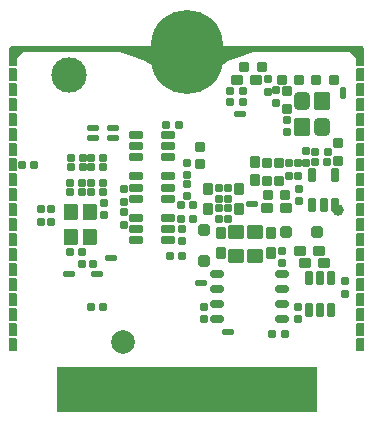
<source format=gbs>
G04*
G04 #@! TF.GenerationSoftware,Altium Limited,Altium Designer,24.9.1 (31)*
G04*
G04 Layer_Color=16711935*
%FSLAX43Y43*%
%MOMM*%
G71*
G04*
G04 #@! TF.SameCoordinates,966C214A-C48B-4C11-AD4A-F44F92C35951*
G04*
G04*
G04 #@! TF.FilePolarity,Negative*
G04*
G01*
G75*
G04:AMPARAMS|DCode=34|XSize=0.6mm|YSize=0.7mm|CornerRadius=0.113mm|HoleSize=0mm|Usage=FLASHONLY|Rotation=270.000|XOffset=0mm|YOffset=0mm|HoleType=Round|Shape=RoundedRectangle|*
%AMROUNDEDRECTD34*
21,1,0.600,0.475,0,0,270.0*
21,1,0.375,0.700,0,0,270.0*
1,1,0.225,-0.238,-0.188*
1,1,0.225,-0.238,0.188*
1,1,0.225,0.238,0.188*
1,1,0.225,0.238,-0.188*
%
%ADD34ROUNDEDRECTD34*%
G04:AMPARAMS|DCode=35|XSize=0.5mm|YSize=1mm|CornerRadius=0.125mm|HoleSize=0mm|Usage=FLASHONLY|Rotation=90.000|XOffset=0mm|YOffset=0mm|HoleType=Round|Shape=RoundedRectangle|*
%AMROUNDEDRECTD35*
21,1,0.500,0.750,0,0,90.0*
21,1,0.250,1.000,0,0,90.0*
1,1,0.250,0.375,0.125*
1,1,0.250,0.375,-0.125*
1,1,0.250,-0.375,-0.125*
1,1,0.250,-0.375,0.125*
%
%ADD35ROUNDEDRECTD35*%
G04:AMPARAMS|DCode=36|XSize=0.5mm|YSize=1mm|CornerRadius=0.125mm|HoleSize=0mm|Usage=FLASHONLY|Rotation=180.000|XOffset=0mm|YOffset=0mm|HoleType=Round|Shape=RoundedRectangle|*
%AMROUNDEDRECTD36*
21,1,0.500,0.750,0,0,180.0*
21,1,0.250,1.000,0,0,180.0*
1,1,0.250,-0.125,0.375*
1,1,0.250,0.125,0.375*
1,1,0.250,0.125,-0.375*
1,1,0.250,-0.125,-0.375*
%
%ADD36ROUNDEDRECTD36*%
G04:AMPARAMS|DCode=37|XSize=0.6mm|YSize=0.7mm|CornerRadius=0.113mm|HoleSize=0mm|Usage=FLASHONLY|Rotation=0.000|XOffset=0mm|YOffset=0mm|HoleType=Round|Shape=RoundedRectangle|*
%AMROUNDEDRECTD37*
21,1,0.600,0.475,0,0,0.0*
21,1,0.375,0.700,0,0,0.0*
1,1,0.225,0.188,-0.238*
1,1,0.225,-0.188,-0.238*
1,1,0.225,-0.188,0.238*
1,1,0.225,0.188,0.238*
%
%ADD37ROUNDEDRECTD37*%
G04:AMPARAMS|DCode=38|XSize=0.9mm|YSize=0.85mm|CornerRadius=0.144mm|HoleSize=0mm|Usage=FLASHONLY|Rotation=0.000|XOffset=0mm|YOffset=0mm|HoleType=Round|Shape=RoundedRectangle|*
%AMROUNDEDRECTD38*
21,1,0.900,0.563,0,0,0.0*
21,1,0.613,0.850,0,0,0.0*
1,1,0.288,0.306,-0.281*
1,1,0.288,-0.306,-0.281*
1,1,0.288,-0.306,0.281*
1,1,0.288,0.306,0.281*
%
%ADD38ROUNDEDRECTD38*%
G04:AMPARAMS|DCode=39|XSize=1mm|YSize=0.8mm|CornerRadius=0.138mm|HoleSize=0mm|Usage=FLASHONLY|Rotation=0.000|XOffset=0mm|YOffset=0mm|HoleType=Round|Shape=RoundedRectangle|*
%AMROUNDEDRECTD39*
21,1,1.000,0.525,0,0,0.0*
21,1,0.725,0.800,0,0,0.0*
1,1,0.275,0.363,-0.263*
1,1,0.275,-0.363,-0.263*
1,1,0.275,-0.363,0.263*
1,1,0.275,0.363,0.263*
%
%ADD39ROUNDEDRECTD39*%
G04:AMPARAMS|DCode=44|XSize=0.7mm|YSize=0.6mm|CornerRadius=0.113mm|HoleSize=0mm|Usage=FLASHONLY|Rotation=90.000|XOffset=0mm|YOffset=0mm|HoleType=Round|Shape=RoundedRectangle|*
%AMROUNDEDRECTD44*
21,1,0.700,0.375,0,0,90.0*
21,1,0.475,0.600,0,0,90.0*
1,1,0.225,0.188,0.238*
1,1,0.225,0.188,-0.238*
1,1,0.225,-0.188,-0.238*
1,1,0.225,-0.188,0.238*
%
%ADD44ROUNDEDRECTD44*%
G04:AMPARAMS|DCode=45|XSize=0.7mm|YSize=0.6mm|CornerRadius=0.113mm|HoleSize=0mm|Usage=FLASHONLY|Rotation=0.000|XOffset=0mm|YOffset=0mm|HoleType=Round|Shape=RoundedRectangle|*
%AMROUNDEDRECTD45*
21,1,0.700,0.375,0,0,0.0*
21,1,0.475,0.600,0,0,0.0*
1,1,0.225,0.238,-0.188*
1,1,0.225,-0.238,-0.188*
1,1,0.225,-0.238,0.188*
1,1,0.225,0.238,0.188*
%
%ADD45ROUNDEDRECTD45*%
G04:AMPARAMS|DCode=46|XSize=0.9mm|YSize=0.85mm|CornerRadius=0.144mm|HoleSize=0mm|Usage=FLASHONLY|Rotation=90.000|XOffset=0mm|YOffset=0mm|HoleType=Round|Shape=RoundedRectangle|*
%AMROUNDEDRECTD46*
21,1,0.900,0.563,0,0,90.0*
21,1,0.613,0.850,0,0,90.0*
1,1,0.288,0.281,0.306*
1,1,0.288,0.281,-0.306*
1,1,0.288,-0.281,-0.306*
1,1,0.288,-0.281,0.306*
%
%ADD46ROUNDEDRECTD46*%
%ADD55C,2.000*%
%ADD56C,3.000*%
%ADD108R,6.200X1.000*%
G04:AMPARAMS|DCode=109|XSize=0.75mm|YSize=1.15mm|CornerRadius=0.15mm|HoleSize=0mm|Usage=FLASHONLY|Rotation=0.000|XOffset=0mm|YOffset=0mm|HoleType=Round|Shape=RoundedRectangle|*
%AMROUNDEDRECTD109*
21,1,0.750,0.850,0,0,0.0*
21,1,0.450,1.150,0,0,0.0*
1,1,0.300,0.225,-0.425*
1,1,0.300,-0.225,-0.425*
1,1,0.300,-0.225,0.425*
1,1,0.300,0.225,0.425*
%
%ADD109ROUNDEDRECTD109*%
G04:AMPARAMS|DCode=110|XSize=1mm|YSize=0.8mm|CornerRadius=0.138mm|HoleSize=0mm|Usage=FLASHONLY|Rotation=90.000|XOffset=0mm|YOffset=0mm|HoleType=Round|Shape=RoundedRectangle|*
%AMROUNDEDRECTD110*
21,1,1.000,0.525,0,0,90.0*
21,1,0.725,0.800,0,0,90.0*
1,1,0.275,0.263,0.363*
1,1,0.275,0.263,-0.363*
1,1,0.275,-0.263,-0.363*
1,1,0.275,-0.263,0.363*
%
%ADD110ROUNDEDRECTD110*%
G04:AMPARAMS|DCode=111|XSize=1.15mm|YSize=1.4mm|CornerRadius=0.2mm|HoleSize=0mm|Usage=FLASHONLY|Rotation=270.000|XOffset=0mm|YOffset=0mm|HoleType=Round|Shape=RoundedRectangle|*
%AMROUNDEDRECTD111*
21,1,1.150,1.000,0,0,270.0*
21,1,0.750,1.400,0,0,270.0*
1,1,0.400,-0.500,-0.375*
1,1,0.400,-0.500,0.375*
1,1,0.400,0.500,0.375*
1,1,0.400,0.500,-0.375*
%
%ADD111ROUNDEDRECTD111*%
G04:AMPARAMS|DCode=112|XSize=0.95mm|YSize=0.95mm|CornerRadius=0.175mm|HoleSize=0mm|Usage=FLASHONLY|Rotation=0.000|XOffset=0mm|YOffset=0mm|HoleType=Round|Shape=RoundedRectangle|*
%AMROUNDEDRECTD112*
21,1,0.950,0.600,0,0,0.0*
21,1,0.600,0.950,0,0,0.0*
1,1,0.350,0.300,-0.300*
1,1,0.350,-0.300,-0.300*
1,1,0.350,-0.300,0.300*
1,1,0.350,0.300,0.300*
%
%ADD112ROUNDEDRECTD112*%
G04:AMPARAMS|DCode=113|XSize=0.95mm|YSize=0.95mm|CornerRadius=0.175mm|HoleSize=0mm|Usage=FLASHONLY|Rotation=90.000|XOffset=0mm|YOffset=0mm|HoleType=Round|Shape=RoundedRectangle|*
%AMROUNDEDRECTD113*
21,1,0.950,0.600,0,0,90.0*
21,1,0.600,0.950,0,0,90.0*
1,1,0.350,0.300,0.300*
1,1,0.350,0.300,-0.300*
1,1,0.350,-0.300,-0.300*
1,1,0.350,-0.300,0.300*
%
%ADD113ROUNDEDRECTD113*%
G04:AMPARAMS|DCode=114|XSize=0.75mm|YSize=1.2mm|CornerRadius=0.15mm|HoleSize=0mm|Usage=FLASHONLY|Rotation=270.000|XOffset=0mm|YOffset=0mm|HoleType=Round|Shape=RoundedRectangle|*
%AMROUNDEDRECTD114*
21,1,0.750,0.900,0,0,270.0*
21,1,0.450,1.200,0,0,270.0*
1,1,0.300,-0.450,-0.225*
1,1,0.300,-0.450,0.225*
1,1,0.300,0.450,0.225*
1,1,0.300,0.450,-0.225*
%
%ADD114ROUNDEDRECTD114*%
%ADD115R,0.450X2.100*%
G04:AMPARAMS|DCode=116|XSize=0.75mm|YSize=1.2mm|CornerRadius=0.15mm|HoleSize=0mm|Usage=FLASHONLY|Rotation=180.000|XOffset=0mm|YOffset=0mm|HoleType=Round|Shape=RoundedRectangle|*
%AMROUNDEDRECTD116*
21,1,0.750,0.900,0,0,180.0*
21,1,0.450,1.200,0,0,180.0*
1,1,0.300,-0.225,0.450*
1,1,0.300,0.225,0.450*
1,1,0.300,0.225,-0.450*
1,1,0.300,-0.225,-0.450*
%
%ADD116ROUNDEDRECTD116*%
G04:AMPARAMS|DCode=117|XSize=1mm|YSize=0.9mm|CornerRadius=0.15mm|HoleSize=0mm|Usage=FLASHONLY|Rotation=270.000|XOffset=0mm|YOffset=0mm|HoleType=Round|Shape=RoundedRectangle|*
%AMROUNDEDRECTD117*
21,1,1.000,0.600,0,0,270.0*
21,1,0.700,0.900,0,0,270.0*
1,1,0.300,-0.300,-0.350*
1,1,0.300,-0.300,0.350*
1,1,0.300,0.300,0.350*
1,1,0.300,0.300,-0.350*
%
%ADD117ROUNDEDRECTD117*%
G04:AMPARAMS|DCode=118|XSize=1.4mm|YSize=1.2mm|CornerRadius=0.188mm|HoleSize=0mm|Usage=FLASHONLY|Rotation=270.000|XOffset=0mm|YOffset=0mm|HoleType=Round|Shape=RoundedRectangle|*
%AMROUNDEDRECTD118*
21,1,1.400,0.825,0,0,270.0*
21,1,1.025,1.200,0,0,270.0*
1,1,0.375,-0.413,-0.513*
1,1,0.375,-0.413,0.513*
1,1,0.375,0.413,0.513*
1,1,0.375,0.413,-0.513*
%
%ADD118ROUNDEDRECTD118*%
G04:AMPARAMS|DCode=119|XSize=1.05mm|YSize=0.55mm|CornerRadius=0.175mm|HoleSize=0mm|Usage=FLASHONLY|Rotation=180.000|XOffset=0mm|YOffset=0mm|HoleType=Round|Shape=RoundedRectangle|*
%AMROUNDEDRECTD119*
21,1,1.050,0.200,0,0,180.0*
21,1,0.700,0.550,0,0,180.0*
1,1,0.350,-0.350,0.100*
1,1,0.350,0.350,0.100*
1,1,0.350,0.350,-0.100*
1,1,0.350,-0.350,-0.100*
%
%ADD119ROUNDEDRECTD119*%
G04:AMPARAMS|DCode=120|XSize=0.65mm|YSize=1.15mm|CornerRadius=0.2mm|HoleSize=0mm|Usage=FLASHONLY|Rotation=90.000|XOffset=0mm|YOffset=0mm|HoleType=Round|Shape=RoundedRectangle|*
%AMROUNDEDRECTD120*
21,1,0.650,0.750,0,0,90.0*
21,1,0.250,1.150,0,0,90.0*
1,1,0.400,0.375,0.125*
1,1,0.400,0.375,-0.125*
1,1,0.400,-0.375,-0.125*
1,1,0.400,-0.375,0.125*
%
%ADD120ROUNDEDRECTD120*%
G04:AMPARAMS|DCode=121|XSize=1.55mm|YSize=1.35mm|CornerRadius=0.225mm|HoleSize=0mm|Usage=FLASHONLY|Rotation=90.000|XOffset=0mm|YOffset=0mm|HoleType=Round|Shape=RoundedRectangle|*
%AMROUNDEDRECTD121*
21,1,1.550,0.900,0,0,90.0*
21,1,1.100,1.350,0,0,90.0*
1,1,0.450,0.450,0.550*
1,1,0.450,0.450,-0.550*
1,1,0.450,-0.450,-0.550*
1,1,0.450,-0.450,0.550*
%
%ADD121ROUNDEDRECTD121*%
G04:AMPARAMS|DCode=122|XSize=1.55mm|YSize=1.35mm|CornerRadius=0.375mm|HoleSize=0mm|Usage=FLASHONLY|Rotation=90.000|XOffset=0mm|YOffset=0mm|HoleType=Round|Shape=RoundedRectangle|*
%AMROUNDEDRECTD122*
21,1,1.550,0.600,0,0,90.0*
21,1,0.800,1.350,0,0,90.0*
1,1,0.750,0.300,0.400*
1,1,0.750,0.300,-0.400*
1,1,0.750,-0.300,-0.400*
1,1,0.750,-0.300,0.400*
%
%ADD122ROUNDEDRECTD122*%
%ADD123C,1.000*%
%ADD124C,6.100*%
G36*
X14913Y-30D02*
X14970Y-87D01*
X15000Y-160D01*
Y-200D01*
Y-617D01*
X15000D01*
X15010Y-618D01*
X15019Y-621D01*
X15028Y-625D01*
X15036Y-632D01*
X15042Y-639D01*
X15046Y-648D01*
X15049Y-657D01*
X15050Y-667D01*
Y-1667D01*
X15049Y-1677D01*
X15046Y-1686D01*
X15042Y-1695D01*
X15036Y-1703D01*
X15028Y-1709D01*
X15019Y-1714D01*
X15010Y-1717D01*
X15000Y-1717D01*
X14500D01*
X14500Y-1717D01*
X14491Y-1717D01*
X14490Y-1717D01*
X14481Y-1714D01*
X14472Y-1709D01*
X14468Y-1706D01*
X14464Y-1703D01*
X14464Y-1703D01*
X14365Y-1603D01*
X14364Y-1603D01*
X14361Y-1599D01*
X14358Y-1595D01*
X14356Y-1591D01*
X14354Y-1586D01*
X14351Y-1577D01*
X14350Y-1567D01*
Y-1050D01*
X13941Y-641D01*
X13906Y-610D01*
X13828Y-557D01*
X13740Y-521D01*
X13647Y-502D01*
X13600Y-500D01*
X6000D01*
Y-500D01*
X6000Y-500D01*
X5632Y-564D01*
X4906Y-746D01*
X4203Y-998D01*
X3527Y-1318D01*
X2886Y-1703D01*
X2285Y-2149D01*
X1732Y-2651D01*
X1230Y-3205D01*
X1000Y-3500D01*
X1000Y-500D01*
X-1000D01*
X-1000Y-3500D01*
X-1230Y-3205D01*
X-1732Y-2651D01*
X-2285Y-2149D01*
X-2886Y-1703D01*
X-3527Y-1318D01*
X-4203Y-998D01*
X-4906Y-746D01*
X-5632Y-564D01*
X-6000Y-500D01*
X-6000Y-500D01*
Y-500D01*
X-13600D01*
X-13647Y-502D01*
X-13740Y-521D01*
X-13828Y-557D01*
X-13906Y-610D01*
X-13941Y-641D01*
X-13900Y-600D01*
X-13941Y-641D01*
X-13941Y-641D01*
X-14350Y-1050D01*
Y-1570D01*
X-14350Y-1570D01*
X-14350Y-1575D01*
X-14351Y-1580D01*
X-14353Y-1587D01*
X-14354Y-1589D01*
X-14358Y-1598D01*
X-14364Y-1606D01*
X-14364Y-1606D01*
X-14464Y-1706D01*
X-14464Y-1706D01*
X-14468Y-1708D01*
X-14472Y-1712D01*
X-14481Y-1716D01*
X-14490Y-1719D01*
X-14495Y-1720D01*
X-14500Y-1720D01*
X-14500Y-1720D01*
X-15000Y-1720D01*
X-15010Y-1719D01*
X-15019Y-1716D01*
X-15028Y-1712D01*
X-15036Y-1706D01*
X-15042Y-1698D01*
X-15046Y-1689D01*
X-15049Y-1680D01*
X-15050Y-1670D01*
Y-670D01*
X-15049Y-660D01*
X-15046Y-651D01*
X-15042Y-642D01*
X-15036Y-634D01*
X-15028Y-628D01*
X-15019Y-624D01*
X-15010Y-621D01*
X-15009Y-621D01*
X-15000Y-620D01*
Y-241D01*
Y-193D01*
X-14963Y-104D01*
X-14896Y-37D01*
X-14807Y0D01*
X14840D01*
X14913Y-30D01*
D02*
G37*
G36*
X14500Y-1890D02*
X15000Y-1890D01*
X15010Y-1891D01*
X15019Y-1894D01*
X15028Y-1898D01*
X15036Y-1904D01*
X15042Y-1912D01*
X15046Y-1921D01*
X15049Y-1930D01*
X15050Y-1940D01*
Y-2940D01*
X15049Y-2950D01*
X15046Y-2959D01*
X15042Y-2968D01*
X15036Y-2976D01*
X15028Y-2982D01*
X15019Y-2986D01*
X15010Y-2989D01*
X15000Y-2990D01*
X14500D01*
X14500Y-2990D01*
X14491Y-2989D01*
X14490Y-2989D01*
X14481Y-2986D01*
X14472Y-2982D01*
X14468Y-2978D01*
X14464Y-2976D01*
X14464Y-2976D01*
X14364Y-2876D01*
X14364Y-2876D01*
X14361Y-2871D01*
X14358Y-2868D01*
X14356Y-2863D01*
X14354Y-2859D01*
X14351Y-2850D01*
X14350Y-2840D01*
Y-2040D01*
X14350Y-2040D01*
X14350Y-2035D01*
X14351Y-2030D01*
X14353Y-2023D01*
X14354Y-2021D01*
X14358Y-2012D01*
X14364Y-2004D01*
X14364Y-2004D01*
X14464Y-1904D01*
X14464Y-1904D01*
X14468Y-1902D01*
X14472Y-1898D01*
X14481Y-1894D01*
X14490Y-1891D01*
X14495Y-1890D01*
X14500Y-1890D01*
X14500Y-1890D01*
D02*
G37*
G36*
X-14491Y-1891D02*
X-14490Y-1891D01*
X-14481Y-1894D01*
X-14472Y-1898D01*
X-14468Y-1902D01*
X-14464Y-1904D01*
X-14464Y-1904D01*
X-14364Y-2004D01*
X-14364Y-2004D01*
X-14361Y-2009D01*
X-14358Y-2012D01*
X-14356Y-2017D01*
X-14354Y-2021D01*
X-14351Y-2030D01*
X-14350Y-2040D01*
Y-2840D01*
X-14350Y-2840D01*
X-14350Y-2845D01*
X-14351Y-2850D01*
X-14353Y-2857D01*
X-14354Y-2859D01*
X-14358Y-2868D01*
X-14364Y-2876D01*
X-14364Y-2876D01*
X-14464Y-2976D01*
X-14464Y-2976D01*
X-14468Y-2978D01*
X-14472Y-2982D01*
X-14481Y-2986D01*
X-14490Y-2989D01*
X-14495Y-2990D01*
X-14500Y-2990D01*
X-14500Y-2990D01*
X-15000Y-2990D01*
X-15010Y-2989D01*
X-15019Y-2986D01*
X-15028Y-2982D01*
X-15036Y-2976D01*
X-15042Y-2968D01*
X-15046Y-2959D01*
X-15049Y-2950D01*
X-15050Y-2940D01*
Y-1940D01*
X-15049Y-1930D01*
X-15046Y-1921D01*
X-15042Y-1912D01*
X-15036Y-1904D01*
X-15028Y-1898D01*
X-15019Y-1894D01*
X-15010Y-1891D01*
X-15000Y-1890D01*
X-14500D01*
X-14500Y-1890D01*
X-14491Y-1891D01*
D02*
G37*
G36*
X14500Y-3160D02*
X15000Y-3160D01*
X15010Y-3161D01*
X15019Y-3164D01*
X15028Y-3168D01*
X15036Y-3174D01*
X15042Y-3182D01*
X15046Y-3191D01*
X15049Y-3200D01*
X15050Y-3210D01*
Y-4210D01*
X15049Y-4220D01*
X15046Y-4229D01*
X15042Y-4238D01*
X15036Y-4246D01*
X15028Y-4252D01*
X15019Y-4256D01*
X15010Y-4259D01*
X15000Y-4260D01*
X14500D01*
X14500Y-4260D01*
X14491Y-4259D01*
X14490Y-4259D01*
X14481Y-4256D01*
X14472Y-4252D01*
X14468Y-4248D01*
X14464Y-4246D01*
X14464Y-4246D01*
X14364Y-4146D01*
X14364Y-4146D01*
X14361Y-4141D01*
X14358Y-4138D01*
X14356Y-4133D01*
X14354Y-4129D01*
X14351Y-4120D01*
X14350Y-4110D01*
Y-3310D01*
X14350Y-3310D01*
X14350Y-3305D01*
X14351Y-3300D01*
X14353Y-3293D01*
X14354Y-3291D01*
X14358Y-3282D01*
X14364Y-3274D01*
X14364Y-3274D01*
X14464Y-3174D01*
X14464Y-3174D01*
X14468Y-3172D01*
X14472Y-3168D01*
X14481Y-3164D01*
X14490Y-3161D01*
X14495Y-3160D01*
X14500Y-3160D01*
X14500Y-3160D01*
D02*
G37*
G36*
X-14491Y-3161D02*
X-14490Y-3161D01*
X-14481Y-3164D01*
X-14472Y-3168D01*
X-14468Y-3172D01*
X-14464Y-3174D01*
X-14464Y-3174D01*
X-14364Y-3274D01*
X-14364Y-3274D01*
X-14361Y-3279D01*
X-14358Y-3282D01*
X-14356Y-3287D01*
X-14354Y-3291D01*
X-14351Y-3300D01*
X-14350Y-3310D01*
Y-4110D01*
X-14350Y-4110D01*
X-14350Y-4115D01*
X-14351Y-4120D01*
X-14353Y-4127D01*
X-14354Y-4129D01*
X-14358Y-4138D01*
X-14364Y-4146D01*
X-14364Y-4146D01*
X-14464Y-4246D01*
X-14464Y-4246D01*
X-14468Y-4248D01*
X-14472Y-4252D01*
X-14481Y-4256D01*
X-14490Y-4259D01*
X-14495Y-4260D01*
X-14500Y-4260D01*
X-14500Y-4260D01*
X-15000Y-4260D01*
X-15010Y-4259D01*
X-15019Y-4256D01*
X-15028Y-4252D01*
X-15036Y-4246D01*
X-15042Y-4238D01*
X-15046Y-4229D01*
X-15049Y-4220D01*
X-15050Y-4210D01*
Y-3210D01*
X-15049Y-3200D01*
X-15046Y-3191D01*
X-15042Y-3182D01*
X-15036Y-3174D01*
X-15028Y-3168D01*
X-15019Y-3164D01*
X-15010Y-3161D01*
X-15000Y-3160D01*
X-14500D01*
X-14500Y-3160D01*
X-14491Y-3161D01*
D02*
G37*
G36*
X14500Y-4430D02*
X15000Y-4430D01*
X15010Y-4431D01*
X15019Y-4434D01*
X15028Y-4438D01*
X15036Y-4444D01*
X15042Y-4452D01*
X15046Y-4461D01*
X15049Y-4470D01*
X15050Y-4480D01*
Y-5480D01*
X15049Y-5490D01*
X15046Y-5499D01*
X15042Y-5508D01*
X15036Y-5516D01*
X15028Y-5522D01*
X15019Y-5526D01*
X15010Y-5529D01*
X15000Y-5530D01*
X14500D01*
X14500Y-5530D01*
X14491Y-5529D01*
X14490Y-5529D01*
X14481Y-5526D01*
X14472Y-5522D01*
X14468Y-5518D01*
X14464Y-5516D01*
X14464Y-5516D01*
X14364Y-5416D01*
X14364Y-5416D01*
X14361Y-5411D01*
X14358Y-5408D01*
X14356Y-5403D01*
X14354Y-5399D01*
X14351Y-5390D01*
X14350Y-5380D01*
Y-4580D01*
X14350Y-4580D01*
X14350Y-4575D01*
X14351Y-4570D01*
X14353Y-4563D01*
X14354Y-4561D01*
X14358Y-4552D01*
X14364Y-4544D01*
X14364Y-4544D01*
X14464Y-4444D01*
X14464Y-4444D01*
X14468Y-4442D01*
X14472Y-4438D01*
X14481Y-4434D01*
X14490Y-4431D01*
X14495Y-4430D01*
X14500Y-4430D01*
X14500Y-4430D01*
D02*
G37*
G36*
X-14491Y-4431D02*
X-14490Y-4431D01*
X-14481Y-4434D01*
X-14472Y-4438D01*
X-14468Y-4442D01*
X-14464Y-4444D01*
X-14464Y-4444D01*
X-14364Y-4544D01*
X-14364Y-4544D01*
X-14361Y-4549D01*
X-14358Y-4552D01*
X-14356Y-4557D01*
X-14354Y-4561D01*
X-14351Y-4570D01*
X-14350Y-4580D01*
Y-5380D01*
X-14350Y-5380D01*
X-14350Y-5385D01*
X-14351Y-5390D01*
X-14353Y-5397D01*
X-14354Y-5399D01*
X-14358Y-5408D01*
X-14364Y-5416D01*
X-14364Y-5416D01*
X-14464Y-5516D01*
X-14464Y-5516D01*
X-14468Y-5518D01*
X-14472Y-5522D01*
X-14481Y-5526D01*
X-14490Y-5529D01*
X-14495Y-5530D01*
X-14500Y-5530D01*
X-14500Y-5530D01*
X-15000Y-5530D01*
X-15010Y-5529D01*
X-15019Y-5526D01*
X-15028Y-5522D01*
X-15036Y-5516D01*
X-15042Y-5508D01*
X-15046Y-5499D01*
X-15049Y-5490D01*
X-15050Y-5480D01*
Y-4480D01*
X-15049Y-4470D01*
X-15046Y-4461D01*
X-15042Y-4452D01*
X-15036Y-4444D01*
X-15028Y-4438D01*
X-15019Y-4434D01*
X-15010Y-4431D01*
X-15000Y-4430D01*
X-14500D01*
X-14500Y-4430D01*
X-14491Y-4431D01*
D02*
G37*
G36*
X14500Y-5700D02*
X15000Y-5700D01*
X15010Y-5701D01*
X15019Y-5704D01*
X15028Y-5708D01*
X15036Y-5714D01*
X15042Y-5722D01*
X15046Y-5731D01*
X15049Y-5740D01*
X15050Y-5750D01*
Y-6750D01*
X15049Y-6760D01*
X15046Y-6769D01*
X15042Y-6778D01*
X15036Y-6786D01*
X15028Y-6792D01*
X15019Y-6796D01*
X15010Y-6799D01*
X15000Y-6800D01*
X14500D01*
X14500Y-6800D01*
X14491Y-6799D01*
X14490Y-6799D01*
X14481Y-6796D01*
X14472Y-6792D01*
X14468Y-6788D01*
X14464Y-6786D01*
X14464Y-6786D01*
X14364Y-6686D01*
X14364Y-6686D01*
X14361Y-6681D01*
X14358Y-6678D01*
X14356Y-6673D01*
X14354Y-6669D01*
X14351Y-6660D01*
X14350Y-6650D01*
Y-5850D01*
X14350Y-5850D01*
X14350Y-5845D01*
X14351Y-5840D01*
X14353Y-5833D01*
X14354Y-5831D01*
X14358Y-5822D01*
X14364Y-5814D01*
X14364Y-5814D01*
X14464Y-5714D01*
X14464Y-5714D01*
X14468Y-5712D01*
X14472Y-5708D01*
X14481Y-5704D01*
X14490Y-5701D01*
X14495Y-5700D01*
X14500Y-5700D01*
X14500Y-5700D01*
D02*
G37*
G36*
X-14491Y-5701D02*
X-14490Y-5701D01*
X-14481Y-5704D01*
X-14472Y-5708D01*
X-14468Y-5712D01*
X-14464Y-5714D01*
X-14464Y-5714D01*
X-14364Y-5814D01*
X-14364Y-5814D01*
X-14361Y-5819D01*
X-14358Y-5822D01*
X-14356Y-5827D01*
X-14354Y-5831D01*
X-14351Y-5840D01*
X-14350Y-5850D01*
Y-6650D01*
X-14350Y-6650D01*
X-14350Y-6655D01*
X-14351Y-6660D01*
X-14353Y-6667D01*
X-14354Y-6669D01*
X-14358Y-6678D01*
X-14364Y-6686D01*
X-14364Y-6686D01*
X-14464Y-6786D01*
X-14464Y-6786D01*
X-14468Y-6788D01*
X-14472Y-6792D01*
X-14481Y-6796D01*
X-14490Y-6799D01*
X-14495Y-6800D01*
X-14500Y-6800D01*
X-14500Y-6800D01*
X-15000Y-6800D01*
X-15010Y-6799D01*
X-15019Y-6796D01*
X-15028Y-6792D01*
X-15036Y-6786D01*
X-15042Y-6778D01*
X-15046Y-6769D01*
X-15049Y-6760D01*
X-15050Y-6750D01*
Y-5750D01*
X-15049Y-5740D01*
X-15046Y-5731D01*
X-15042Y-5722D01*
X-15036Y-5714D01*
X-15028Y-5708D01*
X-15019Y-5704D01*
X-15010Y-5701D01*
X-15000Y-5700D01*
X-14500D01*
X-14500Y-5700D01*
X-14491Y-5701D01*
D02*
G37*
G36*
X14500Y-6970D02*
X15000Y-6970D01*
X15010Y-6971D01*
X15019Y-6974D01*
X15028Y-6978D01*
X15036Y-6984D01*
X15042Y-6992D01*
X15046Y-7001D01*
X15049Y-7010D01*
X15050Y-7020D01*
Y-8020D01*
X15049Y-8030D01*
X15046Y-8039D01*
X15042Y-8048D01*
X15036Y-8056D01*
X15028Y-8062D01*
X15019Y-8066D01*
X15010Y-8069D01*
X15000Y-8070D01*
X14500D01*
X14500Y-8070D01*
X14491Y-8069D01*
X14490Y-8069D01*
X14481Y-8066D01*
X14472Y-8062D01*
X14468Y-8058D01*
X14464Y-8056D01*
X14464Y-8056D01*
X14364Y-7956D01*
X14364Y-7956D01*
X14361Y-7951D01*
X14358Y-7948D01*
X14356Y-7943D01*
X14354Y-7939D01*
X14351Y-7930D01*
X14350Y-7920D01*
Y-7120D01*
X14350Y-7120D01*
X14350Y-7115D01*
X14351Y-7110D01*
X14353Y-7103D01*
X14354Y-7101D01*
X14358Y-7092D01*
X14364Y-7084D01*
X14364Y-7084D01*
X14464Y-6984D01*
X14464Y-6984D01*
X14468Y-6982D01*
X14472Y-6978D01*
X14481Y-6974D01*
X14490Y-6971D01*
X14495Y-6970D01*
X14500Y-6970D01*
X14500Y-6970D01*
D02*
G37*
G36*
X-14491Y-6971D02*
X-14490Y-6971D01*
X-14481Y-6974D01*
X-14472Y-6978D01*
X-14468Y-6982D01*
X-14464Y-6984D01*
X-14464Y-6984D01*
X-14364Y-7084D01*
X-14364Y-7084D01*
X-14361Y-7089D01*
X-14358Y-7092D01*
X-14356Y-7097D01*
X-14354Y-7101D01*
X-14351Y-7110D01*
X-14350Y-7120D01*
Y-7920D01*
X-14350Y-7920D01*
X-14350Y-7925D01*
X-14351Y-7930D01*
X-14353Y-7937D01*
X-14354Y-7939D01*
X-14358Y-7948D01*
X-14364Y-7956D01*
X-14364Y-7956D01*
X-14464Y-8056D01*
X-14464Y-8056D01*
X-14468Y-8058D01*
X-14472Y-8062D01*
X-14481Y-8066D01*
X-14490Y-8069D01*
X-14495Y-8070D01*
X-14500Y-8070D01*
X-14500Y-8070D01*
X-15000Y-8070D01*
X-15010Y-8069D01*
X-15019Y-8066D01*
X-15028Y-8062D01*
X-15036Y-8056D01*
X-15042Y-8048D01*
X-15046Y-8039D01*
X-15049Y-8030D01*
X-15050Y-8020D01*
Y-7020D01*
X-15049Y-7010D01*
X-15046Y-7001D01*
X-15042Y-6992D01*
X-15036Y-6984D01*
X-15028Y-6978D01*
X-15019Y-6974D01*
X-15010Y-6971D01*
X-15000Y-6970D01*
X-14500D01*
X-14500Y-6970D01*
X-14491Y-6971D01*
D02*
G37*
G36*
X14500Y-8240D02*
X15000Y-8240D01*
X15010Y-8241D01*
X15019Y-8244D01*
X15028Y-8248D01*
X15036Y-8254D01*
X15042Y-8262D01*
X15046Y-8271D01*
X15049Y-8280D01*
X15050Y-8290D01*
Y-9290D01*
X15049Y-9300D01*
X15046Y-9309D01*
X15042Y-9318D01*
X15036Y-9326D01*
X15028Y-9332D01*
X15019Y-9336D01*
X15010Y-9339D01*
X15000Y-9340D01*
X14500D01*
X14500Y-9340D01*
X14491Y-9339D01*
X14490Y-9339D01*
X14481Y-9336D01*
X14472Y-9332D01*
X14468Y-9328D01*
X14464Y-9326D01*
X14464Y-9326D01*
X14364Y-9226D01*
X14364Y-9226D01*
X14361Y-9221D01*
X14358Y-9218D01*
X14356Y-9213D01*
X14354Y-9209D01*
X14351Y-9200D01*
X14350Y-9190D01*
Y-8390D01*
X14350Y-8390D01*
X14350Y-8385D01*
X14351Y-8380D01*
X14353Y-8373D01*
X14354Y-8371D01*
X14358Y-8362D01*
X14364Y-8354D01*
X14364Y-8354D01*
X14464Y-8254D01*
X14464Y-8254D01*
X14468Y-8252D01*
X14472Y-8248D01*
X14481Y-8244D01*
X14490Y-8241D01*
X14495Y-8240D01*
X14500Y-8240D01*
X14500Y-8240D01*
D02*
G37*
G36*
X-14491Y-8241D02*
X-14490Y-8241D01*
X-14481Y-8244D01*
X-14472Y-8248D01*
X-14468Y-8252D01*
X-14464Y-8254D01*
X-14464Y-8254D01*
X-14364Y-8354D01*
X-14364Y-8354D01*
X-14361Y-8359D01*
X-14358Y-8362D01*
X-14356Y-8367D01*
X-14354Y-8371D01*
X-14351Y-8380D01*
X-14350Y-8390D01*
Y-9190D01*
X-14350Y-9190D01*
X-14350Y-9195D01*
X-14351Y-9200D01*
X-14353Y-9207D01*
X-14354Y-9209D01*
X-14358Y-9218D01*
X-14364Y-9226D01*
X-14364Y-9226D01*
X-14464Y-9326D01*
X-14464Y-9326D01*
X-14468Y-9328D01*
X-14472Y-9332D01*
X-14481Y-9336D01*
X-14490Y-9339D01*
X-14495Y-9340D01*
X-14500Y-9340D01*
X-14500Y-9340D01*
X-15000Y-9340D01*
X-15010Y-9339D01*
X-15019Y-9336D01*
X-15028Y-9332D01*
X-15036Y-9326D01*
X-15042Y-9318D01*
X-15046Y-9309D01*
X-15049Y-9300D01*
X-15050Y-9290D01*
Y-8290D01*
X-15049Y-8280D01*
X-15046Y-8271D01*
X-15042Y-8262D01*
X-15036Y-8254D01*
X-15028Y-8248D01*
X-15019Y-8244D01*
X-15010Y-8241D01*
X-15000Y-8240D01*
X-14500D01*
X-14500Y-8240D01*
X-14491Y-8241D01*
D02*
G37*
G36*
X14500Y-9510D02*
X15000Y-9510D01*
X15010Y-9511D01*
X15019Y-9514D01*
X15028Y-9518D01*
X15036Y-9524D01*
X15042Y-9532D01*
X15046Y-9541D01*
X15049Y-9550D01*
X15050Y-9560D01*
Y-10560D01*
X15049Y-10570D01*
X15046Y-10579D01*
X15042Y-10588D01*
X15036Y-10596D01*
X15028Y-10602D01*
X15019Y-10606D01*
X15010Y-10609D01*
X15000Y-10610D01*
X14500D01*
X14500Y-10610D01*
X14491Y-10609D01*
X14490Y-10609D01*
X14481Y-10606D01*
X14472Y-10602D01*
X14468Y-10598D01*
X14464Y-10596D01*
X14464Y-10596D01*
X14364Y-10496D01*
X14364Y-10496D01*
X14361Y-10491D01*
X14358Y-10488D01*
X14356Y-10483D01*
X14354Y-10479D01*
X14351Y-10470D01*
X14350Y-10460D01*
Y-9660D01*
X14350Y-9660D01*
X14350Y-9655D01*
X14351Y-9650D01*
X14353Y-9643D01*
X14354Y-9641D01*
X14358Y-9632D01*
X14364Y-9624D01*
X14364Y-9624D01*
X14464Y-9524D01*
X14464Y-9524D01*
X14468Y-9522D01*
X14472Y-9518D01*
X14481Y-9514D01*
X14490Y-9511D01*
X14495Y-9510D01*
X14500Y-9510D01*
X14500Y-9510D01*
D02*
G37*
G36*
X-14491Y-9511D02*
X-14490Y-9511D01*
X-14481Y-9514D01*
X-14472Y-9518D01*
X-14468Y-9522D01*
X-14464Y-9524D01*
X-14464Y-9524D01*
X-14364Y-9624D01*
X-14364Y-9624D01*
X-14361Y-9629D01*
X-14358Y-9632D01*
X-14356Y-9637D01*
X-14354Y-9641D01*
X-14351Y-9650D01*
X-14350Y-9660D01*
Y-10460D01*
X-14350Y-10460D01*
X-14350Y-10465D01*
X-14351Y-10470D01*
X-14353Y-10477D01*
X-14354Y-10479D01*
X-14358Y-10488D01*
X-14364Y-10496D01*
X-14364Y-10496D01*
X-14464Y-10596D01*
X-14464Y-10596D01*
X-14468Y-10598D01*
X-14472Y-10602D01*
X-14481Y-10606D01*
X-14490Y-10609D01*
X-14495Y-10610D01*
X-14500Y-10610D01*
X-14500Y-10610D01*
X-15000Y-10610D01*
X-15010Y-10609D01*
X-15019Y-10606D01*
X-15028Y-10602D01*
X-15036Y-10596D01*
X-15042Y-10588D01*
X-15046Y-10579D01*
X-15049Y-10570D01*
X-15050Y-10560D01*
Y-9560D01*
X-15049Y-9550D01*
X-15046Y-9541D01*
X-15042Y-9532D01*
X-15036Y-9524D01*
X-15028Y-9518D01*
X-15019Y-9514D01*
X-15010Y-9511D01*
X-15000Y-9510D01*
X-14500D01*
X-14500Y-9510D01*
X-14491Y-9511D01*
D02*
G37*
G36*
X14500Y-10780D02*
X15000Y-10780D01*
X15010Y-10781D01*
X15019Y-10784D01*
X15028Y-10788D01*
X15036Y-10794D01*
X15042Y-10802D01*
X15046Y-10811D01*
X15049Y-10820D01*
X15050Y-10830D01*
Y-11830D01*
X15049Y-11840D01*
X15046Y-11849D01*
X15042Y-11858D01*
X15036Y-11866D01*
X15028Y-11872D01*
X15019Y-11876D01*
X15010Y-11879D01*
X15000Y-11880D01*
X14500D01*
X14500Y-11880D01*
X14491Y-11879D01*
X14490Y-11879D01*
X14481Y-11876D01*
X14472Y-11872D01*
X14468Y-11868D01*
X14464Y-11866D01*
X14464Y-11866D01*
X14364Y-11766D01*
X14364Y-11766D01*
X14361Y-11761D01*
X14358Y-11758D01*
X14356Y-11753D01*
X14354Y-11749D01*
X14351Y-11740D01*
X14350Y-11730D01*
Y-10930D01*
X14350Y-10930D01*
X14350Y-10925D01*
X14351Y-10920D01*
X14353Y-10913D01*
X14354Y-10911D01*
X14358Y-10902D01*
X14364Y-10894D01*
X14364Y-10894D01*
X14464Y-10794D01*
X14464Y-10794D01*
X14468Y-10792D01*
X14472Y-10788D01*
X14481Y-10784D01*
X14490Y-10781D01*
X14495Y-10780D01*
X14500Y-10780D01*
X14500Y-10780D01*
D02*
G37*
G36*
X-14491Y-10781D02*
X-14490Y-10781D01*
X-14481Y-10784D01*
X-14472Y-10788D01*
X-14468Y-10792D01*
X-14464Y-10794D01*
X-14464Y-10794D01*
X-14364Y-10894D01*
X-14364Y-10894D01*
X-14361Y-10899D01*
X-14358Y-10902D01*
X-14356Y-10907D01*
X-14354Y-10911D01*
X-14351Y-10920D01*
X-14350Y-10930D01*
Y-11730D01*
X-14350Y-11730D01*
X-14350Y-11735D01*
X-14351Y-11740D01*
X-14353Y-11747D01*
X-14354Y-11749D01*
X-14358Y-11758D01*
X-14364Y-11766D01*
X-14364Y-11766D01*
X-14464Y-11866D01*
X-14464Y-11866D01*
X-14468Y-11868D01*
X-14472Y-11872D01*
X-14481Y-11876D01*
X-14490Y-11879D01*
X-14495Y-11880D01*
X-14500Y-11880D01*
X-14500Y-11880D01*
X-15000Y-11880D01*
X-15010Y-11879D01*
X-15019Y-11876D01*
X-15028Y-11872D01*
X-15036Y-11866D01*
X-15042Y-11858D01*
X-15046Y-11849D01*
X-15049Y-11840D01*
X-15050Y-11830D01*
Y-10830D01*
X-15049Y-10820D01*
X-15046Y-10811D01*
X-15042Y-10802D01*
X-15036Y-10794D01*
X-15028Y-10788D01*
X-15019Y-10784D01*
X-15010Y-10781D01*
X-15000Y-10780D01*
X-14500D01*
X-14500Y-10780D01*
X-14491Y-10781D01*
D02*
G37*
G36*
X14500Y-12050D02*
X15000Y-12050D01*
X15010Y-12051D01*
X15019Y-12054D01*
X15028Y-12058D01*
X15036Y-12064D01*
X15042Y-12072D01*
X15046Y-12081D01*
X15049Y-12090D01*
X15050Y-12100D01*
Y-13100D01*
X15049Y-13110D01*
X15046Y-13119D01*
X15042Y-13128D01*
X15036Y-13136D01*
X15028Y-13142D01*
X15019Y-13146D01*
X15010Y-13149D01*
X15000Y-13150D01*
X14500D01*
X14500Y-13150D01*
X14491Y-13149D01*
X14490Y-13149D01*
X14481Y-13146D01*
X14472Y-13142D01*
X14468Y-13138D01*
X14464Y-13136D01*
X14464Y-13136D01*
X14364Y-13036D01*
X14364Y-13036D01*
X14361Y-13031D01*
X14358Y-13028D01*
X14356Y-13023D01*
X14354Y-13019D01*
X14351Y-13010D01*
X14350Y-13000D01*
Y-12200D01*
X14350Y-12200D01*
X14350Y-12195D01*
X14351Y-12190D01*
X14353Y-12183D01*
X14354Y-12181D01*
X14358Y-12172D01*
X14364Y-12164D01*
X14364Y-12164D01*
X14464Y-12064D01*
X14464Y-12064D01*
X14468Y-12062D01*
X14472Y-12058D01*
X14481Y-12054D01*
X14490Y-12051D01*
X14495Y-12050D01*
X14500Y-12050D01*
X14500Y-12050D01*
D02*
G37*
G36*
X-14491Y-12051D02*
X-14490Y-12051D01*
X-14481Y-12054D01*
X-14472Y-12058D01*
X-14468Y-12062D01*
X-14464Y-12064D01*
X-14464Y-12064D01*
X-14364Y-12164D01*
X-14364Y-12164D01*
X-14361Y-12169D01*
X-14358Y-12172D01*
X-14356Y-12177D01*
X-14354Y-12181D01*
X-14351Y-12190D01*
X-14350Y-12200D01*
Y-13000D01*
X-14350Y-13000D01*
X-14350Y-13005D01*
X-14351Y-13010D01*
X-14353Y-13017D01*
X-14354Y-13019D01*
X-14358Y-13028D01*
X-14364Y-13036D01*
X-14364Y-13036D01*
X-14464Y-13136D01*
X-14464Y-13136D01*
X-14468Y-13138D01*
X-14472Y-13142D01*
X-14481Y-13146D01*
X-14490Y-13149D01*
X-14495Y-13150D01*
X-14500Y-13150D01*
X-14500Y-13150D01*
X-15000Y-13150D01*
X-15010Y-13149D01*
X-15019Y-13146D01*
X-15028Y-13142D01*
X-15036Y-13136D01*
X-15042Y-13128D01*
X-15046Y-13119D01*
X-15049Y-13110D01*
X-15050Y-13100D01*
Y-12100D01*
X-15049Y-12090D01*
X-15046Y-12081D01*
X-15042Y-12072D01*
X-15036Y-12064D01*
X-15028Y-12058D01*
X-15019Y-12054D01*
X-15010Y-12051D01*
X-15000Y-12050D01*
X-14500D01*
X-14500Y-12050D01*
X-14491Y-12051D01*
D02*
G37*
G36*
X14500Y-13320D02*
X15000Y-13320D01*
X15010Y-13321D01*
X15019Y-13324D01*
X15028Y-13328D01*
X15036Y-13334D01*
X15042Y-13342D01*
X15046Y-13351D01*
X15049Y-13360D01*
X15050Y-13370D01*
Y-14370D01*
X15049Y-14380D01*
X15046Y-14389D01*
X15042Y-14398D01*
X15036Y-14406D01*
X15028Y-14412D01*
X15019Y-14416D01*
X15010Y-14419D01*
X15000Y-14420D01*
X14500D01*
X14500Y-14420D01*
X14491Y-14419D01*
X14490Y-14419D01*
X14481Y-14416D01*
X14472Y-14412D01*
X14468Y-14408D01*
X14464Y-14406D01*
X14464Y-14406D01*
X14364Y-14306D01*
X14364Y-14306D01*
X14361Y-14301D01*
X14358Y-14298D01*
X14356Y-14293D01*
X14354Y-14289D01*
X14351Y-14280D01*
X14350Y-14270D01*
Y-13470D01*
X14350Y-13470D01*
X14350Y-13465D01*
X14351Y-13460D01*
X14353Y-13453D01*
X14354Y-13451D01*
X14358Y-13442D01*
X14364Y-13434D01*
X14364Y-13434D01*
X14464Y-13334D01*
X14464Y-13334D01*
X14468Y-13332D01*
X14472Y-13328D01*
X14481Y-13324D01*
X14490Y-13321D01*
X14495Y-13320D01*
X14500Y-13320D01*
X14500Y-13320D01*
D02*
G37*
G36*
X-14491Y-13321D02*
X-14490Y-13321D01*
X-14481Y-13324D01*
X-14472Y-13328D01*
X-14468Y-13332D01*
X-14464Y-13334D01*
X-14464Y-13334D01*
X-14364Y-13434D01*
X-14364Y-13434D01*
X-14361Y-13439D01*
X-14358Y-13442D01*
X-14356Y-13447D01*
X-14354Y-13451D01*
X-14351Y-13460D01*
X-14350Y-13470D01*
Y-14270D01*
X-14350Y-14270D01*
X-14350Y-14275D01*
X-14351Y-14280D01*
X-14353Y-14287D01*
X-14354Y-14289D01*
X-14358Y-14298D01*
X-14364Y-14306D01*
X-14364Y-14306D01*
X-14464Y-14406D01*
X-14464Y-14406D01*
X-14468Y-14408D01*
X-14472Y-14412D01*
X-14481Y-14416D01*
X-14490Y-14419D01*
X-14495Y-14420D01*
X-14500Y-14420D01*
X-14500Y-14420D01*
X-15000Y-14420D01*
X-15010Y-14419D01*
X-15019Y-14416D01*
X-15028Y-14412D01*
X-15036Y-14406D01*
X-15042Y-14398D01*
X-15046Y-14389D01*
X-15049Y-14380D01*
X-15050Y-14370D01*
Y-13370D01*
X-15049Y-13360D01*
X-15046Y-13351D01*
X-15042Y-13342D01*
X-15036Y-13334D01*
X-15028Y-13328D01*
X-15019Y-13324D01*
X-15010Y-13321D01*
X-15000Y-13320D01*
X-14500D01*
X-14500Y-13320D01*
X-14491Y-13321D01*
D02*
G37*
G36*
X14500Y-14590D02*
X15000Y-14590D01*
X15010Y-14591D01*
X15019Y-14594D01*
X15028Y-14598D01*
X15036Y-14604D01*
X15042Y-14612D01*
X15046Y-14621D01*
X15049Y-14630D01*
X15050Y-14640D01*
Y-15640D01*
X15049Y-15650D01*
X15046Y-15659D01*
X15042Y-15668D01*
X15036Y-15676D01*
X15028Y-15682D01*
X15019Y-15686D01*
X15010Y-15689D01*
X15000Y-15690D01*
X14500D01*
X14500Y-15690D01*
X14491Y-15689D01*
X14490Y-15689D01*
X14481Y-15686D01*
X14472Y-15682D01*
X14468Y-15678D01*
X14464Y-15676D01*
X14464Y-15676D01*
X14364Y-15576D01*
X14364Y-15576D01*
X14361Y-15571D01*
X14358Y-15568D01*
X14356Y-15563D01*
X14354Y-15559D01*
X14351Y-15550D01*
X14350Y-15540D01*
Y-14740D01*
X14350Y-14740D01*
X14350Y-14735D01*
X14351Y-14730D01*
X14353Y-14723D01*
X14354Y-14721D01*
X14358Y-14712D01*
X14364Y-14704D01*
X14364Y-14704D01*
X14464Y-14604D01*
X14464Y-14604D01*
X14468Y-14602D01*
X14472Y-14598D01*
X14481Y-14594D01*
X14490Y-14591D01*
X14495Y-14590D01*
X14500Y-14590D01*
X14500Y-14590D01*
D02*
G37*
G36*
X-14491Y-14591D02*
X-14490Y-14591D01*
X-14481Y-14594D01*
X-14472Y-14598D01*
X-14468Y-14602D01*
X-14464Y-14604D01*
X-14464Y-14604D01*
X-14364Y-14704D01*
X-14364Y-14704D01*
X-14361Y-14709D01*
X-14358Y-14712D01*
X-14356Y-14717D01*
X-14354Y-14721D01*
X-14351Y-14730D01*
X-14350Y-14740D01*
Y-15540D01*
X-14350Y-15540D01*
X-14350Y-15545D01*
X-14351Y-15550D01*
X-14353Y-15557D01*
X-14354Y-15559D01*
X-14358Y-15568D01*
X-14364Y-15576D01*
X-14364Y-15576D01*
X-14464Y-15676D01*
X-14464Y-15676D01*
X-14468Y-15678D01*
X-14472Y-15682D01*
X-14481Y-15686D01*
X-14490Y-15689D01*
X-14495Y-15690D01*
X-14500Y-15690D01*
X-14500Y-15690D01*
X-15000Y-15690D01*
X-15010Y-15689D01*
X-15019Y-15686D01*
X-15028Y-15682D01*
X-15036Y-15676D01*
X-15042Y-15668D01*
X-15046Y-15659D01*
X-15049Y-15650D01*
X-15050Y-15640D01*
Y-14640D01*
X-15049Y-14630D01*
X-15046Y-14621D01*
X-15042Y-14612D01*
X-15036Y-14604D01*
X-15028Y-14598D01*
X-15019Y-14594D01*
X-15010Y-14591D01*
X-15000Y-14590D01*
X-14500D01*
X-14500Y-14590D01*
X-14491Y-14591D01*
D02*
G37*
G36*
X14500Y-15860D02*
X15000Y-15860D01*
X15010Y-15861D01*
X15019Y-15864D01*
X15028Y-15868D01*
X15036Y-15874D01*
X15042Y-15882D01*
X15046Y-15891D01*
X15049Y-15900D01*
X15050Y-15910D01*
Y-16910D01*
X15049Y-16920D01*
X15046Y-16929D01*
X15042Y-16938D01*
X15036Y-16946D01*
X15028Y-16952D01*
X15019Y-16956D01*
X15010Y-16959D01*
X15000Y-16960D01*
X14500D01*
X14500Y-16960D01*
X14491Y-16959D01*
X14490Y-16959D01*
X14481Y-16956D01*
X14472Y-16952D01*
X14468Y-16948D01*
X14464Y-16946D01*
X14464Y-16946D01*
X14364Y-16846D01*
X14364Y-16846D01*
X14361Y-16841D01*
X14358Y-16838D01*
X14356Y-16833D01*
X14354Y-16829D01*
X14351Y-16820D01*
X14350Y-16810D01*
Y-16010D01*
X14350Y-16010D01*
X14350Y-16005D01*
X14351Y-16000D01*
X14353Y-15993D01*
X14354Y-15991D01*
X14358Y-15982D01*
X14364Y-15974D01*
X14364Y-15974D01*
X14464Y-15874D01*
X14464Y-15874D01*
X14468Y-15872D01*
X14472Y-15868D01*
X14481Y-15864D01*
X14490Y-15861D01*
X14495Y-15860D01*
X14500Y-15860D01*
X14500Y-15860D01*
D02*
G37*
G36*
X-14491Y-15861D02*
X-14490Y-15861D01*
X-14481Y-15864D01*
X-14472Y-15868D01*
X-14468Y-15872D01*
X-14464Y-15874D01*
X-14464Y-15874D01*
X-14364Y-15974D01*
X-14364Y-15974D01*
X-14361Y-15979D01*
X-14358Y-15982D01*
X-14356Y-15987D01*
X-14354Y-15991D01*
X-14351Y-16000D01*
X-14350Y-16010D01*
Y-16810D01*
X-14350Y-16810D01*
X-14350Y-16815D01*
X-14351Y-16820D01*
X-14353Y-16827D01*
X-14354Y-16829D01*
X-14358Y-16838D01*
X-14364Y-16846D01*
X-14364Y-16846D01*
X-14464Y-16946D01*
X-14464Y-16946D01*
X-14468Y-16948D01*
X-14472Y-16952D01*
X-14481Y-16956D01*
X-14490Y-16959D01*
X-14495Y-16960D01*
X-14500Y-16960D01*
X-14500Y-16960D01*
X-15000Y-16960D01*
X-15010Y-16959D01*
X-15019Y-16956D01*
X-15028Y-16952D01*
X-15036Y-16946D01*
X-15042Y-16938D01*
X-15046Y-16929D01*
X-15049Y-16920D01*
X-15050Y-16910D01*
Y-15910D01*
X-15049Y-15900D01*
X-15046Y-15891D01*
X-15042Y-15882D01*
X-15036Y-15874D01*
X-15028Y-15868D01*
X-15019Y-15864D01*
X-15010Y-15861D01*
X-15000Y-15860D01*
X-14500D01*
X-14500Y-15860D01*
X-14491Y-15861D01*
D02*
G37*
G36*
X14500Y-17130D02*
X15000Y-17130D01*
X15010Y-17131D01*
X15019Y-17134D01*
X15028Y-17138D01*
X15036Y-17144D01*
X15042Y-17152D01*
X15046Y-17161D01*
X15049Y-17170D01*
X15050Y-17180D01*
Y-18180D01*
X15049Y-18190D01*
X15046Y-18199D01*
X15042Y-18208D01*
X15036Y-18216D01*
X15028Y-18222D01*
X15019Y-18226D01*
X15010Y-18229D01*
X15000Y-18230D01*
X14500D01*
X14500Y-18230D01*
X14491Y-18229D01*
X14490Y-18229D01*
X14481Y-18226D01*
X14472Y-18222D01*
X14468Y-18218D01*
X14464Y-18216D01*
X14464Y-18216D01*
X14364Y-18116D01*
X14364Y-18116D01*
X14361Y-18111D01*
X14358Y-18108D01*
X14356Y-18103D01*
X14354Y-18099D01*
X14351Y-18090D01*
X14350Y-18080D01*
Y-17280D01*
X14350Y-17280D01*
X14350Y-17275D01*
X14351Y-17270D01*
X14353Y-17263D01*
X14354Y-17261D01*
X14358Y-17252D01*
X14364Y-17244D01*
X14364Y-17244D01*
X14464Y-17144D01*
X14464Y-17144D01*
X14468Y-17142D01*
X14472Y-17138D01*
X14481Y-17134D01*
X14490Y-17131D01*
X14495Y-17130D01*
X14500Y-17130D01*
X14500Y-17130D01*
D02*
G37*
G36*
X-14491Y-17131D02*
X-14490Y-17131D01*
X-14481Y-17134D01*
X-14472Y-17138D01*
X-14468Y-17142D01*
X-14464Y-17144D01*
X-14464Y-17144D01*
X-14364Y-17244D01*
X-14364Y-17244D01*
X-14361Y-17249D01*
X-14358Y-17252D01*
X-14356Y-17257D01*
X-14354Y-17261D01*
X-14351Y-17270D01*
X-14350Y-17280D01*
Y-18080D01*
X-14350Y-18080D01*
X-14350Y-18085D01*
X-14351Y-18090D01*
X-14353Y-18097D01*
X-14354Y-18099D01*
X-14358Y-18108D01*
X-14364Y-18116D01*
X-14364Y-18116D01*
X-14464Y-18216D01*
X-14464Y-18216D01*
X-14468Y-18218D01*
X-14472Y-18222D01*
X-14481Y-18226D01*
X-14490Y-18229D01*
X-14495Y-18230D01*
X-14500Y-18230D01*
X-14500Y-18230D01*
X-15000Y-18230D01*
X-15010Y-18229D01*
X-15019Y-18226D01*
X-15028Y-18222D01*
X-15036Y-18216D01*
X-15042Y-18208D01*
X-15046Y-18199D01*
X-15049Y-18190D01*
X-15050Y-18180D01*
Y-17180D01*
X-15049Y-17170D01*
X-15046Y-17161D01*
X-15042Y-17152D01*
X-15036Y-17144D01*
X-15028Y-17138D01*
X-15019Y-17134D01*
X-15010Y-17131D01*
X-15000Y-17130D01*
X-14500D01*
X-14500Y-17130D01*
X-14491Y-17131D01*
D02*
G37*
G36*
X14500Y-18400D02*
X15000Y-18400D01*
X15010Y-18401D01*
X15019Y-18404D01*
X15028Y-18408D01*
X15036Y-18414D01*
X15042Y-18422D01*
X15046Y-18431D01*
X15049Y-18440D01*
X15050Y-18450D01*
Y-19450D01*
X15049Y-19460D01*
X15046Y-19469D01*
X15042Y-19478D01*
X15036Y-19486D01*
X15028Y-19492D01*
X15019Y-19496D01*
X15010Y-19499D01*
X15000Y-19500D01*
X14500D01*
X14500Y-19500D01*
X14491Y-19499D01*
X14490Y-19499D01*
X14481Y-19496D01*
X14472Y-19492D01*
X14468Y-19488D01*
X14464Y-19486D01*
X14464Y-19486D01*
X14364Y-19386D01*
X14364Y-19386D01*
X14361Y-19381D01*
X14358Y-19378D01*
X14356Y-19373D01*
X14354Y-19369D01*
X14351Y-19360D01*
X14350Y-19350D01*
Y-18550D01*
X14350Y-18550D01*
X14350Y-18545D01*
X14351Y-18540D01*
X14353Y-18533D01*
X14354Y-18531D01*
X14358Y-18522D01*
X14364Y-18514D01*
X14364Y-18514D01*
X14464Y-18414D01*
X14464Y-18414D01*
X14468Y-18412D01*
X14472Y-18408D01*
X14481Y-18404D01*
X14490Y-18401D01*
X14495Y-18400D01*
X14500Y-18400D01*
X14500Y-18400D01*
D02*
G37*
G36*
X-14491Y-18401D02*
X-14490Y-18401D01*
X-14481Y-18404D01*
X-14472Y-18408D01*
X-14468Y-18412D01*
X-14464Y-18414D01*
X-14464Y-18414D01*
X-14364Y-18514D01*
X-14364Y-18514D01*
X-14361Y-18519D01*
X-14358Y-18522D01*
X-14356Y-18527D01*
X-14354Y-18531D01*
X-14351Y-18540D01*
X-14350Y-18550D01*
Y-19350D01*
X-14350Y-19350D01*
X-14350Y-19355D01*
X-14351Y-19360D01*
X-14353Y-19367D01*
X-14354Y-19369D01*
X-14358Y-19378D01*
X-14364Y-19386D01*
X-14364Y-19386D01*
X-14464Y-19486D01*
X-14464Y-19486D01*
X-14468Y-19488D01*
X-14472Y-19492D01*
X-14481Y-19496D01*
X-14490Y-19499D01*
X-14495Y-19500D01*
X-14500Y-19500D01*
X-14500Y-19500D01*
X-15000Y-19500D01*
X-15010Y-19499D01*
X-15019Y-19496D01*
X-15028Y-19492D01*
X-15036Y-19486D01*
X-15042Y-19478D01*
X-15046Y-19469D01*
X-15049Y-19460D01*
X-15050Y-19450D01*
Y-18450D01*
X-15049Y-18440D01*
X-15046Y-18431D01*
X-15042Y-18422D01*
X-15036Y-18414D01*
X-15028Y-18408D01*
X-15019Y-18404D01*
X-15010Y-18401D01*
X-15000Y-18400D01*
X-14500D01*
X-14500Y-18400D01*
X-14491Y-18401D01*
D02*
G37*
G36*
Y-19661D02*
X-14490Y-19661D01*
X-14481Y-19664D01*
X-14472Y-19668D01*
X-14468Y-19672D01*
X-14464Y-19674D01*
X-14464Y-19674D01*
X-14364Y-19774D01*
X-14364Y-19774D01*
X-14361Y-19779D01*
X-14358Y-19782D01*
X-14356Y-19787D01*
X-14354Y-19791D01*
X-14351Y-19800D01*
X-14350Y-19810D01*
Y-20610D01*
X-14350Y-20610D01*
X-14350Y-20615D01*
X-14351Y-20620D01*
X-14353Y-20627D01*
X-14354Y-20629D01*
X-14358Y-20638D01*
X-14364Y-20646D01*
X-14364Y-20646D01*
X-14464Y-20746D01*
X-14464Y-20746D01*
X-14468Y-20748D01*
X-14472Y-20752D01*
X-14481Y-20756D01*
X-14490Y-20759D01*
X-14495Y-20760D01*
X-14500Y-20760D01*
X-14500Y-20760D01*
X-15000Y-20760D01*
X-15010Y-20759D01*
X-15019Y-20756D01*
X-15028Y-20752D01*
X-15036Y-20746D01*
X-15042Y-20738D01*
X-15046Y-20729D01*
X-15049Y-20720D01*
X-15050Y-20710D01*
Y-19710D01*
X-15049Y-19700D01*
X-15046Y-19691D01*
X-15042Y-19682D01*
X-15036Y-19674D01*
X-15028Y-19668D01*
X-15019Y-19664D01*
X-15010Y-19661D01*
X-15000Y-19660D01*
X-14500D01*
X-14500Y-19660D01*
X-14491Y-19661D01*
D02*
G37*
G36*
X14500Y-19670D02*
X15000Y-19670D01*
X15010Y-19671D01*
X15019Y-19674D01*
X15028Y-19678D01*
X15036Y-19684D01*
X15042Y-19692D01*
X15046Y-19701D01*
X15049Y-19710D01*
X15050Y-19720D01*
Y-20720D01*
X15049Y-20730D01*
X15046Y-20739D01*
X15042Y-20748D01*
X15036Y-20756D01*
X15028Y-20762D01*
X15019Y-20766D01*
X15010Y-20769D01*
X15000Y-20770D01*
X14500D01*
X14500Y-20770D01*
X14491Y-20769D01*
X14490Y-20769D01*
X14481Y-20766D01*
X14472Y-20762D01*
X14468Y-20758D01*
X14464Y-20756D01*
X14464Y-20756D01*
X14364Y-20656D01*
X14364Y-20656D01*
X14361Y-20651D01*
X14358Y-20648D01*
X14356Y-20643D01*
X14354Y-20639D01*
X14351Y-20630D01*
X14350Y-20620D01*
Y-19820D01*
X14350Y-19820D01*
X14350Y-19815D01*
X14351Y-19810D01*
X14353Y-19803D01*
X14354Y-19801D01*
X14358Y-19792D01*
X14364Y-19784D01*
X14364Y-19784D01*
X14464Y-19684D01*
X14464Y-19684D01*
X14468Y-19682D01*
X14472Y-19678D01*
X14481Y-19674D01*
X14490Y-19671D01*
X14495Y-19670D01*
X14500Y-19670D01*
X14500Y-19670D01*
D02*
G37*
G36*
Y-20940D02*
X15000Y-20940D01*
X15010Y-20941D01*
X15019Y-20944D01*
X15028Y-20948D01*
X15036Y-20954D01*
X15042Y-20962D01*
X15046Y-20971D01*
X15049Y-20980D01*
X15050Y-20990D01*
Y-21990D01*
X15049Y-22000D01*
X15046Y-22009D01*
X15042Y-22018D01*
X15036Y-22026D01*
X15028Y-22032D01*
X15019Y-22036D01*
X15010Y-22039D01*
X15000Y-22040D01*
X14500D01*
X14500Y-22040D01*
X14491Y-22039D01*
X14490Y-22039D01*
X14481Y-22036D01*
X14472Y-22032D01*
X14468Y-22028D01*
X14464Y-22026D01*
X14464Y-22026D01*
X14364Y-21926D01*
X14364Y-21926D01*
X14361Y-21921D01*
X14358Y-21918D01*
X14356Y-21913D01*
X14354Y-21909D01*
X14351Y-21900D01*
X14350Y-21890D01*
Y-21090D01*
X14350Y-21090D01*
X14350Y-21085D01*
X14351Y-21080D01*
X14353Y-21073D01*
X14354Y-21071D01*
X14358Y-21062D01*
X14364Y-21054D01*
X14364Y-21054D01*
X14464Y-20954D01*
X14464Y-20954D01*
X14468Y-20952D01*
X14472Y-20948D01*
X14481Y-20944D01*
X14490Y-20941D01*
X14495Y-20940D01*
X14500Y-20940D01*
X14500Y-20940D01*
D02*
G37*
G36*
X-14491Y-20941D02*
X-14490Y-20941D01*
X-14481Y-20944D01*
X-14472Y-20948D01*
X-14468Y-20952D01*
X-14464Y-20954D01*
X-14464Y-20954D01*
X-14364Y-21054D01*
X-14364Y-21054D01*
X-14361Y-21059D01*
X-14358Y-21062D01*
X-14356Y-21067D01*
X-14354Y-21071D01*
X-14351Y-21080D01*
X-14350Y-21090D01*
Y-21890D01*
X-14350Y-21890D01*
X-14350Y-21895D01*
X-14351Y-21900D01*
X-14353Y-21907D01*
X-14354Y-21909D01*
X-14358Y-21918D01*
X-14364Y-21926D01*
X-14364Y-21926D01*
X-14464Y-22026D01*
X-14464Y-22026D01*
X-14468Y-22028D01*
X-14472Y-22032D01*
X-14481Y-22036D01*
X-14490Y-22039D01*
X-14495Y-22040D01*
X-14500Y-22040D01*
X-14500Y-22040D01*
X-15000Y-22040D01*
X-15010Y-22039D01*
X-15019Y-22036D01*
X-15028Y-22032D01*
X-15036Y-22026D01*
X-15042Y-22018D01*
X-15046Y-22009D01*
X-15049Y-22000D01*
X-15050Y-21990D01*
Y-20990D01*
X-15049Y-20980D01*
X-15046Y-20971D01*
X-15042Y-20962D01*
X-15036Y-20954D01*
X-15028Y-20948D01*
X-15019Y-20944D01*
X-15010Y-20941D01*
X-15000Y-20940D01*
X-14500D01*
X-14500Y-20940D01*
X-14491Y-20941D01*
D02*
G37*
G36*
X14500Y-22210D02*
X15000Y-22210D01*
X15010Y-22211D01*
X15019Y-22214D01*
X15028Y-22218D01*
X15036Y-22224D01*
X15042Y-22232D01*
X15046Y-22241D01*
X15049Y-22250D01*
X15050Y-22260D01*
Y-23260D01*
X15049Y-23270D01*
X15046Y-23279D01*
X15042Y-23288D01*
X15036Y-23296D01*
X15028Y-23302D01*
X15019Y-23306D01*
X15010Y-23309D01*
X15000Y-23310D01*
X14500D01*
X14500Y-23310D01*
X14491Y-23309D01*
X14490Y-23309D01*
X14481Y-23306D01*
X14472Y-23302D01*
X14468Y-23298D01*
X14464Y-23296D01*
X14464Y-23296D01*
X14364Y-23196D01*
X14364Y-23196D01*
X14361Y-23191D01*
X14358Y-23188D01*
X14356Y-23183D01*
X14354Y-23179D01*
X14351Y-23170D01*
X14350Y-23160D01*
Y-22360D01*
X14350Y-22360D01*
X14350Y-22355D01*
X14351Y-22350D01*
X14353Y-22343D01*
X14354Y-22341D01*
X14358Y-22332D01*
X14364Y-22324D01*
X14364Y-22324D01*
X14464Y-22224D01*
X14464Y-22224D01*
X14468Y-22222D01*
X14472Y-22218D01*
X14481Y-22214D01*
X14490Y-22211D01*
X14495Y-22210D01*
X14500Y-22210D01*
X14500Y-22210D01*
D02*
G37*
G36*
X-14491Y-22211D02*
X-14490Y-22211D01*
X-14481Y-22214D01*
X-14472Y-22218D01*
X-14468Y-22222D01*
X-14464Y-22224D01*
X-14464Y-22224D01*
X-14364Y-22324D01*
X-14364Y-22324D01*
X-14361Y-22329D01*
X-14358Y-22332D01*
X-14356Y-22337D01*
X-14354Y-22341D01*
X-14351Y-22350D01*
X-14350Y-22360D01*
Y-23160D01*
X-14350Y-23160D01*
X-14350Y-23165D01*
X-14351Y-23170D01*
X-14353Y-23177D01*
X-14354Y-23179D01*
X-14358Y-23188D01*
X-14364Y-23196D01*
X-14364Y-23196D01*
X-14464Y-23296D01*
X-14464Y-23296D01*
X-14468Y-23298D01*
X-14472Y-23302D01*
X-14481Y-23306D01*
X-14490Y-23309D01*
X-14495Y-23310D01*
X-14500Y-23310D01*
X-14500Y-23310D01*
X-15000Y-23310D01*
X-15010Y-23309D01*
X-15019Y-23306D01*
X-15028Y-23302D01*
X-15036Y-23296D01*
X-15042Y-23288D01*
X-15046Y-23279D01*
X-15049Y-23270D01*
X-15050Y-23260D01*
Y-22260D01*
X-15049Y-22250D01*
X-15046Y-22241D01*
X-15042Y-22232D01*
X-15036Y-22224D01*
X-15028Y-22218D01*
X-15019Y-22214D01*
X-15010Y-22211D01*
X-15000Y-22210D01*
X-14500D01*
X-14500Y-22210D01*
X-14491Y-22211D01*
D02*
G37*
G36*
X14500Y-23480D02*
X15000Y-23480D01*
X15010Y-23481D01*
X15019Y-23484D01*
X15028Y-23488D01*
X15036Y-23494D01*
X15042Y-23502D01*
X15046Y-23511D01*
X15049Y-23520D01*
X15050Y-23530D01*
Y-24530D01*
X15049Y-24540D01*
X15046Y-24549D01*
X15042Y-24558D01*
X15036Y-24566D01*
X15028Y-24572D01*
X15019Y-24576D01*
X15010Y-24579D01*
X15000Y-24580D01*
X14500D01*
X14500Y-24580D01*
X14491Y-24579D01*
X14490Y-24579D01*
X14481Y-24576D01*
X14472Y-24572D01*
X14468Y-24568D01*
X14464Y-24566D01*
X14464Y-24566D01*
X14364Y-24466D01*
X14364Y-24466D01*
X14361Y-24461D01*
X14358Y-24458D01*
X14356Y-24453D01*
X14354Y-24449D01*
X14351Y-24440D01*
X14350Y-24430D01*
Y-23630D01*
X14350Y-23630D01*
X14350Y-23625D01*
X14351Y-23620D01*
X14353Y-23613D01*
X14354Y-23611D01*
X14358Y-23602D01*
X14364Y-23594D01*
X14364Y-23594D01*
X14464Y-23494D01*
X14464Y-23494D01*
X14468Y-23492D01*
X14472Y-23488D01*
X14481Y-23484D01*
X14490Y-23481D01*
X14495Y-23480D01*
X14500Y-23480D01*
X14500Y-23480D01*
D02*
G37*
G36*
X-14491Y-23481D02*
X-14490Y-23481D01*
X-14481Y-23484D01*
X-14472Y-23488D01*
X-14468Y-23492D01*
X-14464Y-23494D01*
X-14464Y-23494D01*
X-14364Y-23594D01*
X-14364Y-23594D01*
X-14361Y-23599D01*
X-14358Y-23602D01*
X-14356Y-23607D01*
X-14354Y-23611D01*
X-14351Y-23620D01*
X-14350Y-23630D01*
Y-24430D01*
X-14350Y-24430D01*
X-14350Y-24435D01*
X-14351Y-24440D01*
X-14353Y-24447D01*
X-14354Y-24449D01*
X-14358Y-24458D01*
X-14364Y-24466D01*
X-14364Y-24466D01*
X-14464Y-24566D01*
X-14464Y-24566D01*
X-14468Y-24568D01*
X-14472Y-24572D01*
X-14481Y-24576D01*
X-14490Y-24579D01*
X-14495Y-24580D01*
X-14500Y-24580D01*
X-14500Y-24580D01*
X-15000Y-24580D01*
X-15010Y-24579D01*
X-15019Y-24576D01*
X-15028Y-24572D01*
X-15036Y-24566D01*
X-15042Y-24558D01*
X-15046Y-24549D01*
X-15049Y-24540D01*
X-15050Y-24530D01*
Y-23530D01*
X-15049Y-23520D01*
X-15046Y-23511D01*
X-15042Y-23502D01*
X-15036Y-23494D01*
X-15028Y-23488D01*
X-15019Y-23484D01*
X-15010Y-23481D01*
X-15000Y-23480D01*
X-14500D01*
X-14500Y-23480D01*
X-14491Y-23481D01*
D02*
G37*
G36*
X14500Y-24750D02*
X15000Y-24750D01*
X15010Y-24751D01*
X15019Y-24754D01*
X15028Y-24758D01*
X15036Y-24764D01*
X15042Y-24772D01*
X15046Y-24781D01*
X15049Y-24790D01*
X15050Y-24800D01*
Y-25800D01*
X15049Y-25810D01*
X15046Y-25819D01*
X15042Y-25828D01*
X15036Y-25836D01*
X15028Y-25842D01*
X15019Y-25846D01*
X15010Y-25849D01*
X15000Y-25850D01*
X14500D01*
X14500Y-25850D01*
X14491Y-25849D01*
X14490Y-25849D01*
X14481Y-25846D01*
X14472Y-25842D01*
X14468Y-25838D01*
X14464Y-25836D01*
X14464Y-25836D01*
X14364Y-25736D01*
X14364Y-25736D01*
X14361Y-25731D01*
X14358Y-25728D01*
X14356Y-25723D01*
X14354Y-25719D01*
X14351Y-25710D01*
X14350Y-25700D01*
Y-24900D01*
X14350Y-24900D01*
X14350Y-24895D01*
X14351Y-24890D01*
X14353Y-24883D01*
X14354Y-24881D01*
X14358Y-24872D01*
X14364Y-24864D01*
X14364Y-24864D01*
X14464Y-24764D01*
X14464Y-24764D01*
X14468Y-24762D01*
X14472Y-24758D01*
X14481Y-24754D01*
X14490Y-24751D01*
X14495Y-24750D01*
X14500Y-24750D01*
X14500Y-24750D01*
D02*
G37*
G36*
X-14491Y-24751D02*
X-14490Y-24751D01*
X-14481Y-24754D01*
X-14472Y-24758D01*
X-14468Y-24762D01*
X-14464Y-24764D01*
X-14464Y-24764D01*
X-14364Y-24864D01*
X-14364Y-24864D01*
X-14361Y-24869D01*
X-14358Y-24872D01*
X-14356Y-24877D01*
X-14354Y-24881D01*
X-14351Y-24890D01*
X-14350Y-24900D01*
Y-25700D01*
X-14350Y-25700D01*
X-14350Y-25705D01*
X-14351Y-25710D01*
X-14353Y-25717D01*
X-14354Y-25719D01*
X-14358Y-25728D01*
X-14364Y-25736D01*
X-14364Y-25736D01*
X-14464Y-25836D01*
X-14464Y-25836D01*
X-14468Y-25838D01*
X-14472Y-25842D01*
X-14481Y-25846D01*
X-14490Y-25849D01*
X-14495Y-25850D01*
X-14500Y-25850D01*
X-14500Y-25850D01*
X-15000Y-25850D01*
X-15010Y-25849D01*
X-15019Y-25846D01*
X-15028Y-25842D01*
X-15036Y-25836D01*
X-15042Y-25828D01*
X-15046Y-25819D01*
X-15049Y-25810D01*
X-15050Y-25800D01*
Y-24800D01*
X-15049Y-24790D01*
X-15046Y-24781D01*
X-15042Y-24772D01*
X-15036Y-24764D01*
X-15028Y-24758D01*
X-15019Y-24754D01*
X-15010Y-24751D01*
X-15000Y-24750D01*
X-14500D01*
X-14500Y-24750D01*
X-14491Y-24751D01*
D02*
G37*
G36*
X11000Y-31000D02*
X-11000D01*
Y-27200D01*
X11000D01*
Y-31000D01*
D02*
G37*
D34*
X8500Y-7300D02*
D03*
Y-6300D02*
D03*
X9400Y-22100D02*
D03*
Y-23100D02*
D03*
X8100Y-18400D02*
D03*
Y-17400D02*
D03*
X0Y-10900D02*
D03*
Y-9900D02*
D03*
Y-11700D02*
D03*
Y-12700D02*
D03*
X-7000Y-13300D02*
D03*
Y-14300D02*
D03*
X-400Y-16500D02*
D03*
Y-15500D02*
D03*
X9500Y-13100D02*
D03*
Y-12100D02*
D03*
X10100Y-9900D02*
D03*
Y-8900D02*
D03*
X3500Y-12000D02*
D03*
Y-13000D02*
D03*
X1500Y-22100D02*
D03*
Y-23100D02*
D03*
X4800Y-3800D02*
D03*
Y-4800D02*
D03*
X3700Y-3800D02*
D03*
Y-4800D02*
D03*
X2700Y-13000D02*
D03*
X2700Y-12000D02*
D03*
X3500Y-13700D02*
D03*
Y-14700D02*
D03*
X2700D02*
D03*
X2700Y-13700D02*
D03*
D35*
X-10000Y-19300D02*
D03*
X-7600D02*
D03*
X3500Y-24200D02*
D03*
X1200Y-20100D02*
D03*
X5500Y-13400D02*
D03*
X4500Y-5800D02*
D03*
X-6400Y-18000D02*
D03*
D36*
X13200Y-4000D02*
D03*
D37*
X-7100Y-22100D02*
D03*
X-8100D02*
D03*
X-7900Y-18500D02*
D03*
X-8900D02*
D03*
X-9900Y-17500D02*
D03*
X-8900D02*
D03*
X-13900Y-10060D02*
D03*
X-12900D02*
D03*
X-9900Y-11600D02*
D03*
X-8900D02*
D03*
X-400Y-17800D02*
D03*
X-1400D02*
D03*
X-7100Y-9500D02*
D03*
X-8100D02*
D03*
X-8800Y-10300D02*
D03*
X-9800D02*
D03*
X-7100Y-12400D02*
D03*
X-8100D02*
D03*
X-7100Y-11600D02*
D03*
X-8100D02*
D03*
Y-10300D02*
D03*
X-7100D02*
D03*
X-9800Y-9500D02*
D03*
X-8800D02*
D03*
X-8900Y-12400D02*
D03*
X-9900D02*
D03*
X11900Y-9800D02*
D03*
X10900D02*
D03*
X500Y-14700D02*
D03*
X-500D02*
D03*
X500Y-13500D02*
D03*
X-500D02*
D03*
D38*
X4850Y-1800D02*
D03*
X6350Y-1800D02*
D03*
X12450Y-2900D02*
D03*
X10950Y-2900D02*
D03*
X8350Y-12600D02*
D03*
X6850Y-12600D02*
D03*
X8050Y-2900D02*
D03*
X9550Y-2900D02*
D03*
D39*
X9600Y-17400D02*
D03*
X11200D02*
D03*
X10000Y-18400D02*
D03*
X11600D02*
D03*
X8400Y-13700D02*
D03*
X6800D02*
D03*
X4300Y-2900D02*
D03*
X5900D02*
D03*
D44*
X6900Y-3950D02*
D03*
X6900Y-2850D02*
D03*
X13400Y-21050D02*
D03*
X13400Y-19950D02*
D03*
X-5300Y-14050D02*
D03*
X-5300Y-15150D02*
D03*
X-11500Y-14950D02*
D03*
X-11500Y-13850D02*
D03*
X-5300Y-12150D02*
D03*
X-5300Y-13250D02*
D03*
X-12300Y-13850D02*
D03*
X-12300Y-14950D02*
D03*
X9400Y-11050D02*
D03*
X9400Y-9950D02*
D03*
X8700Y-11050D02*
D03*
X8700Y-9950D02*
D03*
X7600Y-3750D02*
D03*
X7600Y-4850D02*
D03*
D45*
X-1750Y-6700D02*
D03*
X-650Y-6700D02*
D03*
X10850Y-9000D02*
D03*
X11950Y-9000D02*
D03*
X8350Y-24400D02*
D03*
X7250Y-24400D02*
D03*
D46*
X6800Y-9950D02*
D03*
X6800Y-11450D02*
D03*
X1100Y-10050D02*
D03*
X1100Y-8550D02*
D03*
X7800Y-11450D02*
D03*
X7800Y-9950D02*
D03*
X12800Y-8250D02*
D03*
X12800Y-9750D02*
D03*
X8500Y-5350D02*
D03*
X8500Y-3850D02*
D03*
D55*
X-5400Y-25100D02*
D03*
D56*
X-10000Y-2500D02*
D03*
D108*
X-0Y-500D02*
D03*
D109*
X12550Y-10900D02*
D03*
Y-13500D02*
D03*
X10650Y-10900D02*
D03*
Y-13500D02*
D03*
X11600Y-13500D02*
D03*
D110*
X5800Y-9800D02*
D03*
Y-11400D02*
D03*
D111*
X4200Y-17800D02*
D03*
Y-15800D02*
D03*
X5800Y-17800D02*
D03*
Y-15800D02*
D03*
D112*
X8400Y-15800D02*
D03*
X11000D02*
D03*
D113*
X1500Y-15600D02*
D03*
Y-18200D02*
D03*
D114*
X-4250Y-7550D02*
D03*
Y-8500D02*
D03*
Y-9450D02*
D03*
X-1550D02*
D03*
Y-7550D02*
D03*
Y-8500D02*
D03*
X-1550Y-12950D02*
D03*
Y-12000D02*
D03*
Y-11050D02*
D03*
X-4250D02*
D03*
Y-12950D02*
D03*
Y-12000D02*
D03*
Y-15500D02*
D03*
Y-16450D02*
D03*
Y-14550D02*
D03*
X-1550D02*
D03*
Y-15500D02*
D03*
Y-16450D02*
D03*
D115*
X2000Y-28500D02*
D03*
X2500D02*
D03*
X3000D02*
D03*
X3500D02*
D03*
X-9000D02*
D03*
X-8500D02*
D03*
X-8000D02*
D03*
X-7500D02*
D03*
X-5000D02*
D03*
X-4500D02*
D03*
X-4000D02*
D03*
X-3500D02*
D03*
X-3000D02*
D03*
X-2500D02*
D03*
X-2000D02*
D03*
X-1500D02*
D03*
X-1000D02*
D03*
X-500D02*
D03*
X0D02*
D03*
X500D02*
D03*
X1000D02*
D03*
X8500D02*
D03*
X4500D02*
D03*
X4000D02*
D03*
X9000D02*
D03*
X8000D02*
D03*
X1500D02*
D03*
X7500D02*
D03*
X7000D02*
D03*
D116*
X12250Y-19650D02*
D03*
X11300D02*
D03*
X10350D02*
D03*
Y-22350D02*
D03*
X12250D02*
D03*
X11300D02*
D03*
D117*
X2900Y-17550D02*
D03*
X2900Y-15850D02*
D03*
X7100D02*
D03*
X7100Y-17550D02*
D03*
X4400Y-12150D02*
D03*
Y-13850D02*
D03*
X1800Y-13850D02*
D03*
X1800Y-12150D02*
D03*
D118*
X-9825Y-14050D02*
D03*
X-9825Y-16150D02*
D03*
X-8175D02*
D03*
Y-14050D02*
D03*
D119*
X-6250Y-7800D02*
D03*
X-7950D02*
D03*
Y-7000D02*
D03*
X-6250D02*
D03*
D120*
X2600Y-23170D02*
D03*
X2600Y-21900D02*
D03*
X2600Y-20630D02*
D03*
Y-19360D02*
D03*
X8100Y-19360D02*
D03*
Y-20630D02*
D03*
Y-21900D02*
D03*
Y-23170D02*
D03*
D121*
X11450Y-4700D02*
D03*
X9750Y-6900D02*
D03*
D122*
X11450D02*
D03*
X9750Y-4700D02*
D03*
D123*
X12800Y-13900D02*
D03*
D124*
X0Y0D02*
D03*
Y-1000D02*
D03*
M02*

</source>
